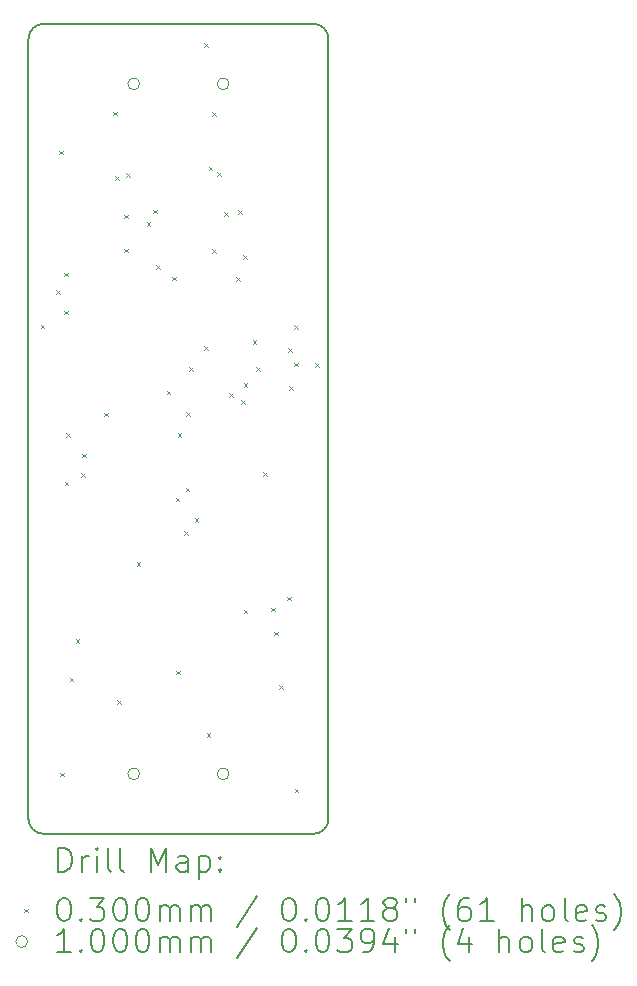
<source format=gbr>
%TF.GenerationSoftware,KiCad,Pcbnew,9.0.6-9.0.6~ubuntu25.10.1*%
%TF.CreationDate,2025-12-22T11:42:07+09:00*%
%TF.ProjectId,bionic-s80c196kc,62696f6e-6963-42d7-9338-30633139366b,1*%
%TF.SameCoordinates,Original*%
%TF.FileFunction,Drillmap*%
%TF.FilePolarity,Positive*%
%FSLAX45Y45*%
G04 Gerber Fmt 4.5, Leading zero omitted, Abs format (unit mm)*
G04 Created by KiCad (PCBNEW 9.0.6-9.0.6~ubuntu25.10.1) date 2025-12-22 11:42:07*
%MOMM*%
%LPD*%
G01*
G04 APERTURE LIST*
%ADD10C,0.150000*%
%ADD11C,0.200000*%
%ADD12C,0.100000*%
G04 APERTURE END LIST*
D10*
X12640000Y-13731000D02*
G75*
G02*
X12513000Y-13858000I-127000J0D01*
G01*
X12513000Y-7000000D02*
G75*
G02*
X12640000Y-7127000I0J-127000D01*
G01*
X10227000Y-7000000D02*
X12513000Y-7000000D01*
X10227000Y-13858000D02*
G75*
G02*
X10100000Y-13731000I0J127000D01*
G01*
X10100000Y-7127000D02*
G75*
G02*
X10227000Y-7000000I127000J0D01*
G01*
X12513000Y-13858000D02*
X10227000Y-13858000D01*
X12640000Y-7127000D02*
X12640000Y-13731000D01*
X10100000Y-13731000D02*
X10100000Y-7127000D01*
D11*
D12*
X10204400Y-9547860D02*
X10234400Y-9577860D01*
X10234400Y-9547860D02*
X10204400Y-9577860D01*
X10336460Y-9255760D02*
X10366460Y-9285760D01*
X10366460Y-9255760D02*
X10336460Y-9285760D01*
X10359300Y-8074660D02*
X10389300Y-8104660D01*
X10389300Y-8074660D02*
X10359300Y-8104660D01*
X10369480Y-13340080D02*
X10399480Y-13370080D01*
X10399480Y-13340080D02*
X10369480Y-13370080D01*
X10402500Y-9105900D02*
X10432500Y-9135900D01*
X10432500Y-9105900D02*
X10402500Y-9135900D01*
X10405000Y-9428480D02*
X10435000Y-9458480D01*
X10435000Y-9428480D02*
X10405000Y-9458480D01*
X10407580Y-10876280D02*
X10437580Y-10906280D01*
X10437580Y-10876280D02*
X10407580Y-10906280D01*
X10420300Y-10467300D02*
X10450300Y-10497300D01*
X10450300Y-10467300D02*
X10420300Y-10497300D01*
X10450760Y-12534900D02*
X10480760Y-12564900D01*
X10480760Y-12534900D02*
X10450760Y-12564900D01*
X10501680Y-12208220D02*
X10531680Y-12238220D01*
X10531680Y-12208220D02*
X10501680Y-12238220D01*
X10547280Y-10806280D02*
X10577280Y-10836280D01*
X10577280Y-10806280D02*
X10547280Y-10836280D01*
X10554900Y-10640060D02*
X10584900Y-10670060D01*
X10584900Y-10640060D02*
X10554900Y-10670060D01*
X10740320Y-10292080D02*
X10770320Y-10322080D01*
X10770320Y-10292080D02*
X10740320Y-10322080D01*
X10819060Y-7744460D02*
X10849060Y-7774460D01*
X10849060Y-7744460D02*
X10819060Y-7774460D01*
X10835000Y-8288020D02*
X10865000Y-8318020D01*
X10865000Y-8288020D02*
X10835000Y-8318020D01*
X10852080Y-12727940D02*
X10882080Y-12757940D01*
X10882080Y-12727940D02*
X10852080Y-12757940D01*
X10910500Y-8615680D02*
X10940500Y-8645680D01*
X10940500Y-8615680D02*
X10910500Y-8645680D01*
X10911620Y-8902700D02*
X10941620Y-8932700D01*
X10941620Y-8902700D02*
X10911620Y-8932700D01*
X10928280Y-8262620D02*
X10958280Y-8292620D01*
X10958280Y-8262620D02*
X10928280Y-8292620D01*
X11017180Y-11557000D02*
X11047180Y-11587000D01*
X11047180Y-11557000D02*
X11017180Y-11587000D01*
X11100540Y-8681720D02*
X11130540Y-8711720D01*
X11130540Y-8681720D02*
X11100540Y-8711720D01*
X11155000Y-8572500D02*
X11185000Y-8602500D01*
X11185000Y-8572500D02*
X11155000Y-8602500D01*
X11182280Y-9042400D02*
X11212280Y-9072400D01*
X11212280Y-9042400D02*
X11182280Y-9072400D01*
X11269430Y-10107450D02*
X11299430Y-10137450D01*
X11299430Y-10107450D02*
X11269430Y-10137450D01*
X11315000Y-9141460D02*
X11345000Y-9171460D01*
X11345000Y-9141460D02*
X11315000Y-9171460D01*
X11348150Y-11012020D02*
X11378150Y-11042020D01*
X11378150Y-11012020D02*
X11348150Y-11042020D01*
X11351190Y-12477750D02*
X11381190Y-12507750D01*
X11381190Y-12477750D02*
X11351190Y-12507750D01*
X11365160Y-10467340D02*
X11395160Y-10497340D01*
X11395160Y-10467340D02*
X11365160Y-10497340D01*
X11418500Y-11297920D02*
X11448500Y-11327920D01*
X11448500Y-11297920D02*
X11418500Y-11327920D01*
X11431040Y-10928630D02*
X11461040Y-10958630D01*
X11461040Y-10928630D02*
X11431040Y-10958630D01*
X11436280Y-10287000D02*
X11466280Y-10317000D01*
X11466280Y-10287000D02*
X11436280Y-10317000D01*
X11459656Y-9908024D02*
X11489656Y-9938024D01*
X11489656Y-9908024D02*
X11459656Y-9938024D01*
X11507400Y-11186160D02*
X11537400Y-11216160D01*
X11537400Y-11186160D02*
X11507400Y-11216160D01*
X11588680Y-9728200D02*
X11618680Y-9758200D01*
X11618680Y-9728200D02*
X11588680Y-9758200D01*
X11588700Y-7162800D02*
X11618700Y-7192800D01*
X11618700Y-7162800D02*
X11588700Y-7192800D01*
X11609000Y-13004800D02*
X11639000Y-13034800D01*
X11639000Y-13004800D02*
X11609000Y-13034800D01*
X11626780Y-8209280D02*
X11656780Y-8239280D01*
X11656780Y-8209280D02*
X11626780Y-8239280D01*
X11654720Y-7747000D02*
X11684720Y-7777000D01*
X11684720Y-7747000D02*
X11654720Y-7777000D01*
X11654720Y-8907780D02*
X11684720Y-8937780D01*
X11684720Y-8907780D02*
X11654720Y-8937780D01*
X11697900Y-8255000D02*
X11727900Y-8285000D01*
X11727900Y-8255000D02*
X11697900Y-8285000D01*
X11758860Y-8595360D02*
X11788860Y-8625360D01*
X11788860Y-8595360D02*
X11758860Y-8625360D01*
X11802040Y-10127940D02*
X11832040Y-10157940D01*
X11832040Y-10127940D02*
X11802040Y-10157940D01*
X11857920Y-9147140D02*
X11887920Y-9177140D01*
X11887920Y-9147140D02*
X11857920Y-9177140D01*
X11875000Y-8580120D02*
X11905000Y-8610120D01*
X11905000Y-8580120D02*
X11875000Y-8610120D01*
X11901100Y-10187000D02*
X11931100Y-10217000D01*
X11931100Y-10187000D02*
X11901100Y-10217000D01*
X11920460Y-8958580D02*
X11950460Y-8988580D01*
X11950460Y-8958580D02*
X11920460Y-8988580D01*
X11923065Y-10044055D02*
X11953065Y-10074055D01*
X11953065Y-10044055D02*
X11923065Y-10074055D01*
X11923930Y-11959850D02*
X11953930Y-11989850D01*
X11953930Y-11959850D02*
X11923930Y-11989850D01*
X11997620Y-9677400D02*
X12027620Y-9707400D01*
X12027620Y-9677400D02*
X11997620Y-9707400D01*
X12028100Y-9908540D02*
X12058100Y-9938540D01*
X12058100Y-9908540D02*
X12028100Y-9938540D01*
X12089060Y-10795000D02*
X12119060Y-10825000D01*
X12119060Y-10795000D02*
X12089060Y-10825000D01*
X12155100Y-11943080D02*
X12185100Y-11973080D01*
X12185100Y-11943080D02*
X12155100Y-11973080D01*
X12181770Y-12145010D02*
X12211770Y-12175010D01*
X12211770Y-12145010D02*
X12181770Y-12175010D01*
X12221140Y-12600940D02*
X12251140Y-12630940D01*
X12251140Y-12600940D02*
X12221140Y-12630940D01*
X12289670Y-11851640D02*
X12319670Y-11881640D01*
X12319670Y-11851640D02*
X12289670Y-11881640D01*
X12299900Y-9748520D02*
X12329900Y-9778520D01*
X12329900Y-9748520D02*
X12299900Y-9778520D01*
X12307500Y-10068560D02*
X12337500Y-10098560D01*
X12337500Y-10068560D02*
X12307500Y-10098560D01*
X12348140Y-9550400D02*
X12378140Y-9580400D01*
X12378140Y-9550400D02*
X12348140Y-9580400D01*
X12348140Y-9870440D02*
X12378140Y-9900440D01*
X12378140Y-9870440D02*
X12348140Y-9900440D01*
X12355760Y-13477240D02*
X12385760Y-13507240D01*
X12385760Y-13477240D02*
X12355760Y-13507240D01*
X12525900Y-9872980D02*
X12555900Y-9902980D01*
X12555900Y-9872980D02*
X12525900Y-9902980D01*
X11041080Y-7508000D02*
G75*
G02*
X10941080Y-7508000I-50000J0D01*
G01*
X10941080Y-7508000D02*
G75*
G02*
X11041080Y-7508000I50000J0D01*
G01*
X11041080Y-13350000D02*
G75*
G02*
X10941080Y-13350000I-50000J0D01*
G01*
X10941080Y-13350000D02*
G75*
G02*
X11041080Y-13350000I50000J0D01*
G01*
X11798460Y-7508000D02*
G75*
G02*
X11698460Y-7508000I-50000J0D01*
G01*
X11698460Y-7508000D02*
G75*
G02*
X11798460Y-7508000I50000J0D01*
G01*
X11798460Y-13350000D02*
G75*
G02*
X11698460Y-13350000I-50000J0D01*
G01*
X11698460Y-13350000D02*
G75*
G02*
X11798460Y-13350000I50000J0D01*
G01*
D11*
X10353277Y-14176984D02*
X10353277Y-13976984D01*
X10353277Y-13976984D02*
X10400896Y-13976984D01*
X10400896Y-13976984D02*
X10429467Y-13986508D01*
X10429467Y-13986508D02*
X10448515Y-14005555D01*
X10448515Y-14005555D02*
X10458039Y-14024603D01*
X10458039Y-14024603D02*
X10467563Y-14062698D01*
X10467563Y-14062698D02*
X10467563Y-14091269D01*
X10467563Y-14091269D02*
X10458039Y-14129365D01*
X10458039Y-14129365D02*
X10448515Y-14148412D01*
X10448515Y-14148412D02*
X10429467Y-14167460D01*
X10429467Y-14167460D02*
X10400896Y-14176984D01*
X10400896Y-14176984D02*
X10353277Y-14176984D01*
X10553277Y-14176984D02*
X10553277Y-14043650D01*
X10553277Y-14081746D02*
X10562801Y-14062698D01*
X10562801Y-14062698D02*
X10572324Y-14053174D01*
X10572324Y-14053174D02*
X10591372Y-14043650D01*
X10591372Y-14043650D02*
X10610420Y-14043650D01*
X10677086Y-14176984D02*
X10677086Y-14043650D01*
X10677086Y-13976984D02*
X10667563Y-13986508D01*
X10667563Y-13986508D02*
X10677086Y-13996031D01*
X10677086Y-13996031D02*
X10686610Y-13986508D01*
X10686610Y-13986508D02*
X10677086Y-13976984D01*
X10677086Y-13976984D02*
X10677086Y-13996031D01*
X10800896Y-14176984D02*
X10781848Y-14167460D01*
X10781848Y-14167460D02*
X10772324Y-14148412D01*
X10772324Y-14148412D02*
X10772324Y-13976984D01*
X10905658Y-14176984D02*
X10886610Y-14167460D01*
X10886610Y-14167460D02*
X10877086Y-14148412D01*
X10877086Y-14148412D02*
X10877086Y-13976984D01*
X11134229Y-14176984D02*
X11134229Y-13976984D01*
X11134229Y-13976984D02*
X11200896Y-14119841D01*
X11200896Y-14119841D02*
X11267562Y-13976984D01*
X11267562Y-13976984D02*
X11267562Y-14176984D01*
X11448515Y-14176984D02*
X11448515Y-14072222D01*
X11448515Y-14072222D02*
X11438991Y-14053174D01*
X11438991Y-14053174D02*
X11419943Y-14043650D01*
X11419943Y-14043650D02*
X11381848Y-14043650D01*
X11381848Y-14043650D02*
X11362801Y-14053174D01*
X11448515Y-14167460D02*
X11429467Y-14176984D01*
X11429467Y-14176984D02*
X11381848Y-14176984D01*
X11381848Y-14176984D02*
X11362801Y-14167460D01*
X11362801Y-14167460D02*
X11353277Y-14148412D01*
X11353277Y-14148412D02*
X11353277Y-14129365D01*
X11353277Y-14129365D02*
X11362801Y-14110317D01*
X11362801Y-14110317D02*
X11381848Y-14100793D01*
X11381848Y-14100793D02*
X11429467Y-14100793D01*
X11429467Y-14100793D02*
X11448515Y-14091269D01*
X11543753Y-14043650D02*
X11543753Y-14243650D01*
X11543753Y-14053174D02*
X11562801Y-14043650D01*
X11562801Y-14043650D02*
X11600896Y-14043650D01*
X11600896Y-14043650D02*
X11619943Y-14053174D01*
X11619943Y-14053174D02*
X11629467Y-14062698D01*
X11629467Y-14062698D02*
X11638991Y-14081746D01*
X11638991Y-14081746D02*
X11638991Y-14138888D01*
X11638991Y-14138888D02*
X11629467Y-14157936D01*
X11629467Y-14157936D02*
X11619943Y-14167460D01*
X11619943Y-14167460D02*
X11600896Y-14176984D01*
X11600896Y-14176984D02*
X11562801Y-14176984D01*
X11562801Y-14176984D02*
X11543753Y-14167460D01*
X11724705Y-14157936D02*
X11734229Y-14167460D01*
X11734229Y-14167460D02*
X11724705Y-14176984D01*
X11724705Y-14176984D02*
X11715182Y-14167460D01*
X11715182Y-14167460D02*
X11724705Y-14157936D01*
X11724705Y-14157936D02*
X11724705Y-14176984D01*
X11724705Y-14053174D02*
X11734229Y-14062698D01*
X11734229Y-14062698D02*
X11724705Y-14072222D01*
X11724705Y-14072222D02*
X11715182Y-14062698D01*
X11715182Y-14062698D02*
X11724705Y-14053174D01*
X11724705Y-14053174D02*
X11724705Y-14072222D01*
D12*
X10062500Y-14490500D02*
X10092500Y-14520500D01*
X10092500Y-14490500D02*
X10062500Y-14520500D01*
D11*
X10391372Y-14396984D02*
X10410420Y-14396984D01*
X10410420Y-14396984D02*
X10429467Y-14406508D01*
X10429467Y-14406508D02*
X10438991Y-14416031D01*
X10438991Y-14416031D02*
X10448515Y-14435079D01*
X10448515Y-14435079D02*
X10458039Y-14473174D01*
X10458039Y-14473174D02*
X10458039Y-14520793D01*
X10458039Y-14520793D02*
X10448515Y-14558888D01*
X10448515Y-14558888D02*
X10438991Y-14577936D01*
X10438991Y-14577936D02*
X10429467Y-14587460D01*
X10429467Y-14587460D02*
X10410420Y-14596984D01*
X10410420Y-14596984D02*
X10391372Y-14596984D01*
X10391372Y-14596984D02*
X10372324Y-14587460D01*
X10372324Y-14587460D02*
X10362801Y-14577936D01*
X10362801Y-14577936D02*
X10353277Y-14558888D01*
X10353277Y-14558888D02*
X10343753Y-14520793D01*
X10343753Y-14520793D02*
X10343753Y-14473174D01*
X10343753Y-14473174D02*
X10353277Y-14435079D01*
X10353277Y-14435079D02*
X10362801Y-14416031D01*
X10362801Y-14416031D02*
X10372324Y-14406508D01*
X10372324Y-14406508D02*
X10391372Y-14396984D01*
X10543753Y-14577936D02*
X10553277Y-14587460D01*
X10553277Y-14587460D02*
X10543753Y-14596984D01*
X10543753Y-14596984D02*
X10534229Y-14587460D01*
X10534229Y-14587460D02*
X10543753Y-14577936D01*
X10543753Y-14577936D02*
X10543753Y-14596984D01*
X10619944Y-14396984D02*
X10743753Y-14396984D01*
X10743753Y-14396984D02*
X10677086Y-14473174D01*
X10677086Y-14473174D02*
X10705658Y-14473174D01*
X10705658Y-14473174D02*
X10724705Y-14482698D01*
X10724705Y-14482698D02*
X10734229Y-14492222D01*
X10734229Y-14492222D02*
X10743753Y-14511269D01*
X10743753Y-14511269D02*
X10743753Y-14558888D01*
X10743753Y-14558888D02*
X10734229Y-14577936D01*
X10734229Y-14577936D02*
X10724705Y-14587460D01*
X10724705Y-14587460D02*
X10705658Y-14596984D01*
X10705658Y-14596984D02*
X10648515Y-14596984D01*
X10648515Y-14596984D02*
X10629467Y-14587460D01*
X10629467Y-14587460D02*
X10619944Y-14577936D01*
X10867563Y-14396984D02*
X10886610Y-14396984D01*
X10886610Y-14396984D02*
X10905658Y-14406508D01*
X10905658Y-14406508D02*
X10915182Y-14416031D01*
X10915182Y-14416031D02*
X10924705Y-14435079D01*
X10924705Y-14435079D02*
X10934229Y-14473174D01*
X10934229Y-14473174D02*
X10934229Y-14520793D01*
X10934229Y-14520793D02*
X10924705Y-14558888D01*
X10924705Y-14558888D02*
X10915182Y-14577936D01*
X10915182Y-14577936D02*
X10905658Y-14587460D01*
X10905658Y-14587460D02*
X10886610Y-14596984D01*
X10886610Y-14596984D02*
X10867563Y-14596984D01*
X10867563Y-14596984D02*
X10848515Y-14587460D01*
X10848515Y-14587460D02*
X10838991Y-14577936D01*
X10838991Y-14577936D02*
X10829467Y-14558888D01*
X10829467Y-14558888D02*
X10819944Y-14520793D01*
X10819944Y-14520793D02*
X10819944Y-14473174D01*
X10819944Y-14473174D02*
X10829467Y-14435079D01*
X10829467Y-14435079D02*
X10838991Y-14416031D01*
X10838991Y-14416031D02*
X10848515Y-14406508D01*
X10848515Y-14406508D02*
X10867563Y-14396984D01*
X11058039Y-14396984D02*
X11077086Y-14396984D01*
X11077086Y-14396984D02*
X11096134Y-14406508D01*
X11096134Y-14406508D02*
X11105658Y-14416031D01*
X11105658Y-14416031D02*
X11115182Y-14435079D01*
X11115182Y-14435079D02*
X11124705Y-14473174D01*
X11124705Y-14473174D02*
X11124705Y-14520793D01*
X11124705Y-14520793D02*
X11115182Y-14558888D01*
X11115182Y-14558888D02*
X11105658Y-14577936D01*
X11105658Y-14577936D02*
X11096134Y-14587460D01*
X11096134Y-14587460D02*
X11077086Y-14596984D01*
X11077086Y-14596984D02*
X11058039Y-14596984D01*
X11058039Y-14596984D02*
X11038991Y-14587460D01*
X11038991Y-14587460D02*
X11029467Y-14577936D01*
X11029467Y-14577936D02*
X11019944Y-14558888D01*
X11019944Y-14558888D02*
X11010420Y-14520793D01*
X11010420Y-14520793D02*
X11010420Y-14473174D01*
X11010420Y-14473174D02*
X11019944Y-14435079D01*
X11019944Y-14435079D02*
X11029467Y-14416031D01*
X11029467Y-14416031D02*
X11038991Y-14406508D01*
X11038991Y-14406508D02*
X11058039Y-14396984D01*
X11210420Y-14596984D02*
X11210420Y-14463650D01*
X11210420Y-14482698D02*
X11219943Y-14473174D01*
X11219943Y-14473174D02*
X11238991Y-14463650D01*
X11238991Y-14463650D02*
X11267563Y-14463650D01*
X11267563Y-14463650D02*
X11286610Y-14473174D01*
X11286610Y-14473174D02*
X11296134Y-14492222D01*
X11296134Y-14492222D02*
X11296134Y-14596984D01*
X11296134Y-14492222D02*
X11305658Y-14473174D01*
X11305658Y-14473174D02*
X11324705Y-14463650D01*
X11324705Y-14463650D02*
X11353277Y-14463650D01*
X11353277Y-14463650D02*
X11372324Y-14473174D01*
X11372324Y-14473174D02*
X11381848Y-14492222D01*
X11381848Y-14492222D02*
X11381848Y-14596984D01*
X11477086Y-14596984D02*
X11477086Y-14463650D01*
X11477086Y-14482698D02*
X11486610Y-14473174D01*
X11486610Y-14473174D02*
X11505658Y-14463650D01*
X11505658Y-14463650D02*
X11534229Y-14463650D01*
X11534229Y-14463650D02*
X11553277Y-14473174D01*
X11553277Y-14473174D02*
X11562801Y-14492222D01*
X11562801Y-14492222D02*
X11562801Y-14596984D01*
X11562801Y-14492222D02*
X11572324Y-14473174D01*
X11572324Y-14473174D02*
X11591372Y-14463650D01*
X11591372Y-14463650D02*
X11619943Y-14463650D01*
X11619943Y-14463650D02*
X11638991Y-14473174D01*
X11638991Y-14473174D02*
X11648515Y-14492222D01*
X11648515Y-14492222D02*
X11648515Y-14596984D01*
X12038991Y-14387460D02*
X11867563Y-14644603D01*
X12296134Y-14396984D02*
X12315182Y-14396984D01*
X12315182Y-14396984D02*
X12334229Y-14406508D01*
X12334229Y-14406508D02*
X12343753Y-14416031D01*
X12343753Y-14416031D02*
X12353277Y-14435079D01*
X12353277Y-14435079D02*
X12362801Y-14473174D01*
X12362801Y-14473174D02*
X12362801Y-14520793D01*
X12362801Y-14520793D02*
X12353277Y-14558888D01*
X12353277Y-14558888D02*
X12343753Y-14577936D01*
X12343753Y-14577936D02*
X12334229Y-14587460D01*
X12334229Y-14587460D02*
X12315182Y-14596984D01*
X12315182Y-14596984D02*
X12296134Y-14596984D01*
X12296134Y-14596984D02*
X12277086Y-14587460D01*
X12277086Y-14587460D02*
X12267563Y-14577936D01*
X12267563Y-14577936D02*
X12258039Y-14558888D01*
X12258039Y-14558888D02*
X12248515Y-14520793D01*
X12248515Y-14520793D02*
X12248515Y-14473174D01*
X12248515Y-14473174D02*
X12258039Y-14435079D01*
X12258039Y-14435079D02*
X12267563Y-14416031D01*
X12267563Y-14416031D02*
X12277086Y-14406508D01*
X12277086Y-14406508D02*
X12296134Y-14396984D01*
X12448515Y-14577936D02*
X12458039Y-14587460D01*
X12458039Y-14587460D02*
X12448515Y-14596984D01*
X12448515Y-14596984D02*
X12438991Y-14587460D01*
X12438991Y-14587460D02*
X12448515Y-14577936D01*
X12448515Y-14577936D02*
X12448515Y-14596984D01*
X12581848Y-14396984D02*
X12600896Y-14396984D01*
X12600896Y-14396984D02*
X12619944Y-14406508D01*
X12619944Y-14406508D02*
X12629467Y-14416031D01*
X12629467Y-14416031D02*
X12638991Y-14435079D01*
X12638991Y-14435079D02*
X12648515Y-14473174D01*
X12648515Y-14473174D02*
X12648515Y-14520793D01*
X12648515Y-14520793D02*
X12638991Y-14558888D01*
X12638991Y-14558888D02*
X12629467Y-14577936D01*
X12629467Y-14577936D02*
X12619944Y-14587460D01*
X12619944Y-14587460D02*
X12600896Y-14596984D01*
X12600896Y-14596984D02*
X12581848Y-14596984D01*
X12581848Y-14596984D02*
X12562801Y-14587460D01*
X12562801Y-14587460D02*
X12553277Y-14577936D01*
X12553277Y-14577936D02*
X12543753Y-14558888D01*
X12543753Y-14558888D02*
X12534229Y-14520793D01*
X12534229Y-14520793D02*
X12534229Y-14473174D01*
X12534229Y-14473174D02*
X12543753Y-14435079D01*
X12543753Y-14435079D02*
X12553277Y-14416031D01*
X12553277Y-14416031D02*
X12562801Y-14406508D01*
X12562801Y-14406508D02*
X12581848Y-14396984D01*
X12838991Y-14596984D02*
X12724706Y-14596984D01*
X12781848Y-14596984D02*
X12781848Y-14396984D01*
X12781848Y-14396984D02*
X12762801Y-14425555D01*
X12762801Y-14425555D02*
X12743753Y-14444603D01*
X12743753Y-14444603D02*
X12724706Y-14454127D01*
X13029467Y-14596984D02*
X12915182Y-14596984D01*
X12972325Y-14596984D02*
X12972325Y-14396984D01*
X12972325Y-14396984D02*
X12953277Y-14425555D01*
X12953277Y-14425555D02*
X12934229Y-14444603D01*
X12934229Y-14444603D02*
X12915182Y-14454127D01*
X13143753Y-14482698D02*
X13124706Y-14473174D01*
X13124706Y-14473174D02*
X13115182Y-14463650D01*
X13115182Y-14463650D02*
X13105658Y-14444603D01*
X13105658Y-14444603D02*
X13105658Y-14435079D01*
X13105658Y-14435079D02*
X13115182Y-14416031D01*
X13115182Y-14416031D02*
X13124706Y-14406508D01*
X13124706Y-14406508D02*
X13143753Y-14396984D01*
X13143753Y-14396984D02*
X13181848Y-14396984D01*
X13181848Y-14396984D02*
X13200896Y-14406508D01*
X13200896Y-14406508D02*
X13210420Y-14416031D01*
X13210420Y-14416031D02*
X13219944Y-14435079D01*
X13219944Y-14435079D02*
X13219944Y-14444603D01*
X13219944Y-14444603D02*
X13210420Y-14463650D01*
X13210420Y-14463650D02*
X13200896Y-14473174D01*
X13200896Y-14473174D02*
X13181848Y-14482698D01*
X13181848Y-14482698D02*
X13143753Y-14482698D01*
X13143753Y-14482698D02*
X13124706Y-14492222D01*
X13124706Y-14492222D02*
X13115182Y-14501746D01*
X13115182Y-14501746D02*
X13105658Y-14520793D01*
X13105658Y-14520793D02*
X13105658Y-14558888D01*
X13105658Y-14558888D02*
X13115182Y-14577936D01*
X13115182Y-14577936D02*
X13124706Y-14587460D01*
X13124706Y-14587460D02*
X13143753Y-14596984D01*
X13143753Y-14596984D02*
X13181848Y-14596984D01*
X13181848Y-14596984D02*
X13200896Y-14587460D01*
X13200896Y-14587460D02*
X13210420Y-14577936D01*
X13210420Y-14577936D02*
X13219944Y-14558888D01*
X13219944Y-14558888D02*
X13219944Y-14520793D01*
X13219944Y-14520793D02*
X13210420Y-14501746D01*
X13210420Y-14501746D02*
X13200896Y-14492222D01*
X13200896Y-14492222D02*
X13181848Y-14482698D01*
X13296134Y-14396984D02*
X13296134Y-14435079D01*
X13372325Y-14396984D02*
X13372325Y-14435079D01*
X13667563Y-14673174D02*
X13658039Y-14663650D01*
X13658039Y-14663650D02*
X13638991Y-14635079D01*
X13638991Y-14635079D02*
X13629468Y-14616031D01*
X13629468Y-14616031D02*
X13619944Y-14587460D01*
X13619944Y-14587460D02*
X13610420Y-14539841D01*
X13610420Y-14539841D02*
X13610420Y-14501746D01*
X13610420Y-14501746D02*
X13619944Y-14454127D01*
X13619944Y-14454127D02*
X13629468Y-14425555D01*
X13629468Y-14425555D02*
X13638991Y-14406508D01*
X13638991Y-14406508D02*
X13658039Y-14377936D01*
X13658039Y-14377936D02*
X13667563Y-14368412D01*
X13829468Y-14396984D02*
X13791372Y-14396984D01*
X13791372Y-14396984D02*
X13772325Y-14406508D01*
X13772325Y-14406508D02*
X13762801Y-14416031D01*
X13762801Y-14416031D02*
X13743753Y-14444603D01*
X13743753Y-14444603D02*
X13734229Y-14482698D01*
X13734229Y-14482698D02*
X13734229Y-14558888D01*
X13734229Y-14558888D02*
X13743753Y-14577936D01*
X13743753Y-14577936D02*
X13753277Y-14587460D01*
X13753277Y-14587460D02*
X13772325Y-14596984D01*
X13772325Y-14596984D02*
X13810420Y-14596984D01*
X13810420Y-14596984D02*
X13829468Y-14587460D01*
X13829468Y-14587460D02*
X13838991Y-14577936D01*
X13838991Y-14577936D02*
X13848515Y-14558888D01*
X13848515Y-14558888D02*
X13848515Y-14511269D01*
X13848515Y-14511269D02*
X13838991Y-14492222D01*
X13838991Y-14492222D02*
X13829468Y-14482698D01*
X13829468Y-14482698D02*
X13810420Y-14473174D01*
X13810420Y-14473174D02*
X13772325Y-14473174D01*
X13772325Y-14473174D02*
X13753277Y-14482698D01*
X13753277Y-14482698D02*
X13743753Y-14492222D01*
X13743753Y-14492222D02*
X13734229Y-14511269D01*
X14038991Y-14596984D02*
X13924706Y-14596984D01*
X13981848Y-14596984D02*
X13981848Y-14396984D01*
X13981848Y-14396984D02*
X13962801Y-14425555D01*
X13962801Y-14425555D02*
X13943753Y-14444603D01*
X13943753Y-14444603D02*
X13924706Y-14454127D01*
X14277087Y-14596984D02*
X14277087Y-14396984D01*
X14362801Y-14596984D02*
X14362801Y-14492222D01*
X14362801Y-14492222D02*
X14353277Y-14473174D01*
X14353277Y-14473174D02*
X14334230Y-14463650D01*
X14334230Y-14463650D02*
X14305658Y-14463650D01*
X14305658Y-14463650D02*
X14286610Y-14473174D01*
X14286610Y-14473174D02*
X14277087Y-14482698D01*
X14486610Y-14596984D02*
X14467563Y-14587460D01*
X14467563Y-14587460D02*
X14458039Y-14577936D01*
X14458039Y-14577936D02*
X14448515Y-14558888D01*
X14448515Y-14558888D02*
X14448515Y-14501746D01*
X14448515Y-14501746D02*
X14458039Y-14482698D01*
X14458039Y-14482698D02*
X14467563Y-14473174D01*
X14467563Y-14473174D02*
X14486610Y-14463650D01*
X14486610Y-14463650D02*
X14515182Y-14463650D01*
X14515182Y-14463650D02*
X14534230Y-14473174D01*
X14534230Y-14473174D02*
X14543753Y-14482698D01*
X14543753Y-14482698D02*
X14553277Y-14501746D01*
X14553277Y-14501746D02*
X14553277Y-14558888D01*
X14553277Y-14558888D02*
X14543753Y-14577936D01*
X14543753Y-14577936D02*
X14534230Y-14587460D01*
X14534230Y-14587460D02*
X14515182Y-14596984D01*
X14515182Y-14596984D02*
X14486610Y-14596984D01*
X14667563Y-14596984D02*
X14648515Y-14587460D01*
X14648515Y-14587460D02*
X14638991Y-14568412D01*
X14638991Y-14568412D02*
X14638991Y-14396984D01*
X14819944Y-14587460D02*
X14800896Y-14596984D01*
X14800896Y-14596984D02*
X14762801Y-14596984D01*
X14762801Y-14596984D02*
X14743753Y-14587460D01*
X14743753Y-14587460D02*
X14734230Y-14568412D01*
X14734230Y-14568412D02*
X14734230Y-14492222D01*
X14734230Y-14492222D02*
X14743753Y-14473174D01*
X14743753Y-14473174D02*
X14762801Y-14463650D01*
X14762801Y-14463650D02*
X14800896Y-14463650D01*
X14800896Y-14463650D02*
X14819944Y-14473174D01*
X14819944Y-14473174D02*
X14829468Y-14492222D01*
X14829468Y-14492222D02*
X14829468Y-14511269D01*
X14829468Y-14511269D02*
X14734230Y-14530317D01*
X14905658Y-14587460D02*
X14924706Y-14596984D01*
X14924706Y-14596984D02*
X14962801Y-14596984D01*
X14962801Y-14596984D02*
X14981849Y-14587460D01*
X14981849Y-14587460D02*
X14991372Y-14568412D01*
X14991372Y-14568412D02*
X14991372Y-14558888D01*
X14991372Y-14558888D02*
X14981849Y-14539841D01*
X14981849Y-14539841D02*
X14962801Y-14530317D01*
X14962801Y-14530317D02*
X14934230Y-14530317D01*
X14934230Y-14530317D02*
X14915182Y-14520793D01*
X14915182Y-14520793D02*
X14905658Y-14501746D01*
X14905658Y-14501746D02*
X14905658Y-14492222D01*
X14905658Y-14492222D02*
X14915182Y-14473174D01*
X14915182Y-14473174D02*
X14934230Y-14463650D01*
X14934230Y-14463650D02*
X14962801Y-14463650D01*
X14962801Y-14463650D02*
X14981849Y-14473174D01*
X15058039Y-14673174D02*
X15067563Y-14663650D01*
X15067563Y-14663650D02*
X15086611Y-14635079D01*
X15086611Y-14635079D02*
X15096134Y-14616031D01*
X15096134Y-14616031D02*
X15105658Y-14587460D01*
X15105658Y-14587460D02*
X15115182Y-14539841D01*
X15115182Y-14539841D02*
X15115182Y-14501746D01*
X15115182Y-14501746D02*
X15105658Y-14454127D01*
X15105658Y-14454127D02*
X15096134Y-14425555D01*
X15096134Y-14425555D02*
X15086611Y-14406508D01*
X15086611Y-14406508D02*
X15067563Y-14377936D01*
X15067563Y-14377936D02*
X15058039Y-14368412D01*
D12*
X10092500Y-14769500D02*
G75*
G02*
X9992500Y-14769500I-50000J0D01*
G01*
X9992500Y-14769500D02*
G75*
G02*
X10092500Y-14769500I50000J0D01*
G01*
D11*
X10458039Y-14860984D02*
X10343753Y-14860984D01*
X10400896Y-14860984D02*
X10400896Y-14660984D01*
X10400896Y-14660984D02*
X10381848Y-14689555D01*
X10381848Y-14689555D02*
X10362801Y-14708603D01*
X10362801Y-14708603D02*
X10343753Y-14718127D01*
X10543753Y-14841936D02*
X10553277Y-14851460D01*
X10553277Y-14851460D02*
X10543753Y-14860984D01*
X10543753Y-14860984D02*
X10534229Y-14851460D01*
X10534229Y-14851460D02*
X10543753Y-14841936D01*
X10543753Y-14841936D02*
X10543753Y-14860984D01*
X10677086Y-14660984D02*
X10696134Y-14660984D01*
X10696134Y-14660984D02*
X10715182Y-14670508D01*
X10715182Y-14670508D02*
X10724705Y-14680031D01*
X10724705Y-14680031D02*
X10734229Y-14699079D01*
X10734229Y-14699079D02*
X10743753Y-14737174D01*
X10743753Y-14737174D02*
X10743753Y-14784793D01*
X10743753Y-14784793D02*
X10734229Y-14822888D01*
X10734229Y-14822888D02*
X10724705Y-14841936D01*
X10724705Y-14841936D02*
X10715182Y-14851460D01*
X10715182Y-14851460D02*
X10696134Y-14860984D01*
X10696134Y-14860984D02*
X10677086Y-14860984D01*
X10677086Y-14860984D02*
X10658039Y-14851460D01*
X10658039Y-14851460D02*
X10648515Y-14841936D01*
X10648515Y-14841936D02*
X10638991Y-14822888D01*
X10638991Y-14822888D02*
X10629467Y-14784793D01*
X10629467Y-14784793D02*
X10629467Y-14737174D01*
X10629467Y-14737174D02*
X10638991Y-14699079D01*
X10638991Y-14699079D02*
X10648515Y-14680031D01*
X10648515Y-14680031D02*
X10658039Y-14670508D01*
X10658039Y-14670508D02*
X10677086Y-14660984D01*
X10867563Y-14660984D02*
X10886610Y-14660984D01*
X10886610Y-14660984D02*
X10905658Y-14670508D01*
X10905658Y-14670508D02*
X10915182Y-14680031D01*
X10915182Y-14680031D02*
X10924705Y-14699079D01*
X10924705Y-14699079D02*
X10934229Y-14737174D01*
X10934229Y-14737174D02*
X10934229Y-14784793D01*
X10934229Y-14784793D02*
X10924705Y-14822888D01*
X10924705Y-14822888D02*
X10915182Y-14841936D01*
X10915182Y-14841936D02*
X10905658Y-14851460D01*
X10905658Y-14851460D02*
X10886610Y-14860984D01*
X10886610Y-14860984D02*
X10867563Y-14860984D01*
X10867563Y-14860984D02*
X10848515Y-14851460D01*
X10848515Y-14851460D02*
X10838991Y-14841936D01*
X10838991Y-14841936D02*
X10829467Y-14822888D01*
X10829467Y-14822888D02*
X10819944Y-14784793D01*
X10819944Y-14784793D02*
X10819944Y-14737174D01*
X10819944Y-14737174D02*
X10829467Y-14699079D01*
X10829467Y-14699079D02*
X10838991Y-14680031D01*
X10838991Y-14680031D02*
X10848515Y-14670508D01*
X10848515Y-14670508D02*
X10867563Y-14660984D01*
X11058039Y-14660984D02*
X11077086Y-14660984D01*
X11077086Y-14660984D02*
X11096134Y-14670508D01*
X11096134Y-14670508D02*
X11105658Y-14680031D01*
X11105658Y-14680031D02*
X11115182Y-14699079D01*
X11115182Y-14699079D02*
X11124705Y-14737174D01*
X11124705Y-14737174D02*
X11124705Y-14784793D01*
X11124705Y-14784793D02*
X11115182Y-14822888D01*
X11115182Y-14822888D02*
X11105658Y-14841936D01*
X11105658Y-14841936D02*
X11096134Y-14851460D01*
X11096134Y-14851460D02*
X11077086Y-14860984D01*
X11077086Y-14860984D02*
X11058039Y-14860984D01*
X11058039Y-14860984D02*
X11038991Y-14851460D01*
X11038991Y-14851460D02*
X11029467Y-14841936D01*
X11029467Y-14841936D02*
X11019944Y-14822888D01*
X11019944Y-14822888D02*
X11010420Y-14784793D01*
X11010420Y-14784793D02*
X11010420Y-14737174D01*
X11010420Y-14737174D02*
X11019944Y-14699079D01*
X11019944Y-14699079D02*
X11029467Y-14680031D01*
X11029467Y-14680031D02*
X11038991Y-14670508D01*
X11038991Y-14670508D02*
X11058039Y-14660984D01*
X11210420Y-14860984D02*
X11210420Y-14727650D01*
X11210420Y-14746698D02*
X11219943Y-14737174D01*
X11219943Y-14737174D02*
X11238991Y-14727650D01*
X11238991Y-14727650D02*
X11267563Y-14727650D01*
X11267563Y-14727650D02*
X11286610Y-14737174D01*
X11286610Y-14737174D02*
X11296134Y-14756222D01*
X11296134Y-14756222D02*
X11296134Y-14860984D01*
X11296134Y-14756222D02*
X11305658Y-14737174D01*
X11305658Y-14737174D02*
X11324705Y-14727650D01*
X11324705Y-14727650D02*
X11353277Y-14727650D01*
X11353277Y-14727650D02*
X11372324Y-14737174D01*
X11372324Y-14737174D02*
X11381848Y-14756222D01*
X11381848Y-14756222D02*
X11381848Y-14860984D01*
X11477086Y-14860984D02*
X11477086Y-14727650D01*
X11477086Y-14746698D02*
X11486610Y-14737174D01*
X11486610Y-14737174D02*
X11505658Y-14727650D01*
X11505658Y-14727650D02*
X11534229Y-14727650D01*
X11534229Y-14727650D02*
X11553277Y-14737174D01*
X11553277Y-14737174D02*
X11562801Y-14756222D01*
X11562801Y-14756222D02*
X11562801Y-14860984D01*
X11562801Y-14756222D02*
X11572324Y-14737174D01*
X11572324Y-14737174D02*
X11591372Y-14727650D01*
X11591372Y-14727650D02*
X11619943Y-14727650D01*
X11619943Y-14727650D02*
X11638991Y-14737174D01*
X11638991Y-14737174D02*
X11648515Y-14756222D01*
X11648515Y-14756222D02*
X11648515Y-14860984D01*
X12038991Y-14651460D02*
X11867563Y-14908603D01*
X12296134Y-14660984D02*
X12315182Y-14660984D01*
X12315182Y-14660984D02*
X12334229Y-14670508D01*
X12334229Y-14670508D02*
X12343753Y-14680031D01*
X12343753Y-14680031D02*
X12353277Y-14699079D01*
X12353277Y-14699079D02*
X12362801Y-14737174D01*
X12362801Y-14737174D02*
X12362801Y-14784793D01*
X12362801Y-14784793D02*
X12353277Y-14822888D01*
X12353277Y-14822888D02*
X12343753Y-14841936D01*
X12343753Y-14841936D02*
X12334229Y-14851460D01*
X12334229Y-14851460D02*
X12315182Y-14860984D01*
X12315182Y-14860984D02*
X12296134Y-14860984D01*
X12296134Y-14860984D02*
X12277086Y-14851460D01*
X12277086Y-14851460D02*
X12267563Y-14841936D01*
X12267563Y-14841936D02*
X12258039Y-14822888D01*
X12258039Y-14822888D02*
X12248515Y-14784793D01*
X12248515Y-14784793D02*
X12248515Y-14737174D01*
X12248515Y-14737174D02*
X12258039Y-14699079D01*
X12258039Y-14699079D02*
X12267563Y-14680031D01*
X12267563Y-14680031D02*
X12277086Y-14670508D01*
X12277086Y-14670508D02*
X12296134Y-14660984D01*
X12448515Y-14841936D02*
X12458039Y-14851460D01*
X12458039Y-14851460D02*
X12448515Y-14860984D01*
X12448515Y-14860984D02*
X12438991Y-14851460D01*
X12438991Y-14851460D02*
X12448515Y-14841936D01*
X12448515Y-14841936D02*
X12448515Y-14860984D01*
X12581848Y-14660984D02*
X12600896Y-14660984D01*
X12600896Y-14660984D02*
X12619944Y-14670508D01*
X12619944Y-14670508D02*
X12629467Y-14680031D01*
X12629467Y-14680031D02*
X12638991Y-14699079D01*
X12638991Y-14699079D02*
X12648515Y-14737174D01*
X12648515Y-14737174D02*
X12648515Y-14784793D01*
X12648515Y-14784793D02*
X12638991Y-14822888D01*
X12638991Y-14822888D02*
X12629467Y-14841936D01*
X12629467Y-14841936D02*
X12619944Y-14851460D01*
X12619944Y-14851460D02*
X12600896Y-14860984D01*
X12600896Y-14860984D02*
X12581848Y-14860984D01*
X12581848Y-14860984D02*
X12562801Y-14851460D01*
X12562801Y-14851460D02*
X12553277Y-14841936D01*
X12553277Y-14841936D02*
X12543753Y-14822888D01*
X12543753Y-14822888D02*
X12534229Y-14784793D01*
X12534229Y-14784793D02*
X12534229Y-14737174D01*
X12534229Y-14737174D02*
X12543753Y-14699079D01*
X12543753Y-14699079D02*
X12553277Y-14680031D01*
X12553277Y-14680031D02*
X12562801Y-14670508D01*
X12562801Y-14670508D02*
X12581848Y-14660984D01*
X12715182Y-14660984D02*
X12838991Y-14660984D01*
X12838991Y-14660984D02*
X12772325Y-14737174D01*
X12772325Y-14737174D02*
X12800896Y-14737174D01*
X12800896Y-14737174D02*
X12819944Y-14746698D01*
X12819944Y-14746698D02*
X12829467Y-14756222D01*
X12829467Y-14756222D02*
X12838991Y-14775269D01*
X12838991Y-14775269D02*
X12838991Y-14822888D01*
X12838991Y-14822888D02*
X12829467Y-14841936D01*
X12829467Y-14841936D02*
X12819944Y-14851460D01*
X12819944Y-14851460D02*
X12800896Y-14860984D01*
X12800896Y-14860984D02*
X12743753Y-14860984D01*
X12743753Y-14860984D02*
X12724706Y-14851460D01*
X12724706Y-14851460D02*
X12715182Y-14841936D01*
X12934229Y-14860984D02*
X12972325Y-14860984D01*
X12972325Y-14860984D02*
X12991372Y-14851460D01*
X12991372Y-14851460D02*
X13000896Y-14841936D01*
X13000896Y-14841936D02*
X13019944Y-14813365D01*
X13019944Y-14813365D02*
X13029467Y-14775269D01*
X13029467Y-14775269D02*
X13029467Y-14699079D01*
X13029467Y-14699079D02*
X13019944Y-14680031D01*
X13019944Y-14680031D02*
X13010420Y-14670508D01*
X13010420Y-14670508D02*
X12991372Y-14660984D01*
X12991372Y-14660984D02*
X12953277Y-14660984D01*
X12953277Y-14660984D02*
X12934229Y-14670508D01*
X12934229Y-14670508D02*
X12924706Y-14680031D01*
X12924706Y-14680031D02*
X12915182Y-14699079D01*
X12915182Y-14699079D02*
X12915182Y-14746698D01*
X12915182Y-14746698D02*
X12924706Y-14765746D01*
X12924706Y-14765746D02*
X12934229Y-14775269D01*
X12934229Y-14775269D02*
X12953277Y-14784793D01*
X12953277Y-14784793D02*
X12991372Y-14784793D01*
X12991372Y-14784793D02*
X13010420Y-14775269D01*
X13010420Y-14775269D02*
X13019944Y-14765746D01*
X13019944Y-14765746D02*
X13029467Y-14746698D01*
X13200896Y-14727650D02*
X13200896Y-14860984D01*
X13153277Y-14651460D02*
X13105658Y-14794317D01*
X13105658Y-14794317D02*
X13229467Y-14794317D01*
X13296134Y-14660984D02*
X13296134Y-14699079D01*
X13372325Y-14660984D02*
X13372325Y-14699079D01*
X13667563Y-14937174D02*
X13658039Y-14927650D01*
X13658039Y-14927650D02*
X13638991Y-14899079D01*
X13638991Y-14899079D02*
X13629468Y-14880031D01*
X13629468Y-14880031D02*
X13619944Y-14851460D01*
X13619944Y-14851460D02*
X13610420Y-14803841D01*
X13610420Y-14803841D02*
X13610420Y-14765746D01*
X13610420Y-14765746D02*
X13619944Y-14718127D01*
X13619944Y-14718127D02*
X13629468Y-14689555D01*
X13629468Y-14689555D02*
X13638991Y-14670508D01*
X13638991Y-14670508D02*
X13658039Y-14641936D01*
X13658039Y-14641936D02*
X13667563Y-14632412D01*
X13829468Y-14727650D02*
X13829468Y-14860984D01*
X13781848Y-14651460D02*
X13734229Y-14794317D01*
X13734229Y-14794317D02*
X13858039Y-14794317D01*
X14086610Y-14860984D02*
X14086610Y-14660984D01*
X14172325Y-14860984D02*
X14172325Y-14756222D01*
X14172325Y-14756222D02*
X14162801Y-14737174D01*
X14162801Y-14737174D02*
X14143753Y-14727650D01*
X14143753Y-14727650D02*
X14115182Y-14727650D01*
X14115182Y-14727650D02*
X14096134Y-14737174D01*
X14096134Y-14737174D02*
X14086610Y-14746698D01*
X14296134Y-14860984D02*
X14277087Y-14851460D01*
X14277087Y-14851460D02*
X14267563Y-14841936D01*
X14267563Y-14841936D02*
X14258039Y-14822888D01*
X14258039Y-14822888D02*
X14258039Y-14765746D01*
X14258039Y-14765746D02*
X14267563Y-14746698D01*
X14267563Y-14746698D02*
X14277087Y-14737174D01*
X14277087Y-14737174D02*
X14296134Y-14727650D01*
X14296134Y-14727650D02*
X14324706Y-14727650D01*
X14324706Y-14727650D02*
X14343753Y-14737174D01*
X14343753Y-14737174D02*
X14353277Y-14746698D01*
X14353277Y-14746698D02*
X14362801Y-14765746D01*
X14362801Y-14765746D02*
X14362801Y-14822888D01*
X14362801Y-14822888D02*
X14353277Y-14841936D01*
X14353277Y-14841936D02*
X14343753Y-14851460D01*
X14343753Y-14851460D02*
X14324706Y-14860984D01*
X14324706Y-14860984D02*
X14296134Y-14860984D01*
X14477087Y-14860984D02*
X14458039Y-14851460D01*
X14458039Y-14851460D02*
X14448515Y-14832412D01*
X14448515Y-14832412D02*
X14448515Y-14660984D01*
X14629468Y-14851460D02*
X14610420Y-14860984D01*
X14610420Y-14860984D02*
X14572325Y-14860984D01*
X14572325Y-14860984D02*
X14553277Y-14851460D01*
X14553277Y-14851460D02*
X14543753Y-14832412D01*
X14543753Y-14832412D02*
X14543753Y-14756222D01*
X14543753Y-14756222D02*
X14553277Y-14737174D01*
X14553277Y-14737174D02*
X14572325Y-14727650D01*
X14572325Y-14727650D02*
X14610420Y-14727650D01*
X14610420Y-14727650D02*
X14629468Y-14737174D01*
X14629468Y-14737174D02*
X14638991Y-14756222D01*
X14638991Y-14756222D02*
X14638991Y-14775269D01*
X14638991Y-14775269D02*
X14543753Y-14794317D01*
X14715182Y-14851460D02*
X14734230Y-14860984D01*
X14734230Y-14860984D02*
X14772325Y-14860984D01*
X14772325Y-14860984D02*
X14791372Y-14851460D01*
X14791372Y-14851460D02*
X14800896Y-14832412D01*
X14800896Y-14832412D02*
X14800896Y-14822888D01*
X14800896Y-14822888D02*
X14791372Y-14803841D01*
X14791372Y-14803841D02*
X14772325Y-14794317D01*
X14772325Y-14794317D02*
X14743753Y-14794317D01*
X14743753Y-14794317D02*
X14724706Y-14784793D01*
X14724706Y-14784793D02*
X14715182Y-14765746D01*
X14715182Y-14765746D02*
X14715182Y-14756222D01*
X14715182Y-14756222D02*
X14724706Y-14737174D01*
X14724706Y-14737174D02*
X14743753Y-14727650D01*
X14743753Y-14727650D02*
X14772325Y-14727650D01*
X14772325Y-14727650D02*
X14791372Y-14737174D01*
X14867563Y-14937174D02*
X14877087Y-14927650D01*
X14877087Y-14927650D02*
X14896134Y-14899079D01*
X14896134Y-14899079D02*
X14905658Y-14880031D01*
X14905658Y-14880031D02*
X14915182Y-14851460D01*
X14915182Y-14851460D02*
X14924706Y-14803841D01*
X14924706Y-14803841D02*
X14924706Y-14765746D01*
X14924706Y-14765746D02*
X14915182Y-14718127D01*
X14915182Y-14718127D02*
X14905658Y-14689555D01*
X14905658Y-14689555D02*
X14896134Y-14670508D01*
X14896134Y-14670508D02*
X14877087Y-14641936D01*
X14877087Y-14641936D02*
X14867563Y-14632412D01*
M02*

</source>
